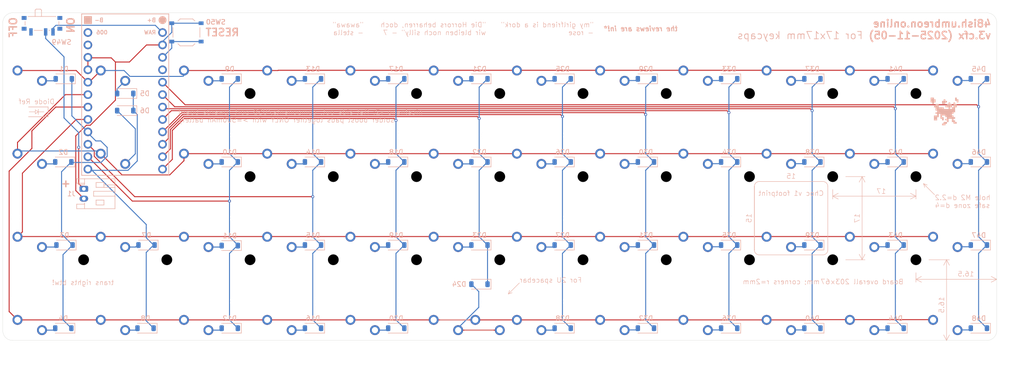
<source format=kicad_pcb>
(kicad_pcb
	(version 20241229)
	(generator "pcbnew")
	(generator_version "9.0")
	(general
		(thickness 1.6)
		(legacy_teardrops no)
	)
	(paper "A3")
	(title_block
		(title "plank")
		(rev "v1.0.0")
		(company "Unknown")
	)
	(layers
		(0 "F.Cu" signal)
		(2 "B.Cu" signal)
		(9 "F.Adhes" user "F.Adhesive")
		(11 "B.Adhes" user "B.Adhesive")
		(13 "F.Paste" user)
		(15 "B.Paste" user)
		(5 "F.SilkS" user "F.Silkscreen")
		(7 "B.SilkS" user "B.Silkscreen")
		(1 "F.Mask" user)
		(3 "B.Mask" user)
		(17 "Dwgs.User" user "User.Drawings")
		(19 "Cmts.User" user "User.Comments")
		(21 "Eco1.User" user "User.Eco1")
		(23 "Eco2.User" user "User.Eco2")
		(25 "Edge.Cuts" user)
		(27 "Margin" user)
		(31 "F.CrtYd" user "F.Courtyard")
		(29 "B.CrtYd" user "B.Courtyard")
		(35 "F.Fab" user)
		(33 "B.Fab" user)
	)
	(setup
		(pad_to_mask_clearance 0)
		(allow_soldermask_bridges_in_footprints no)
		(tenting front back)
		(pcbplotparams
			(layerselection 0x00000000_00000000_55555555_5755f5ff)
			(plot_on_all_layers_selection 0x00000000_00000000_00000000_00000000)
			(disableapertmacros no)
			(usegerberextensions no)
			(usegerberattributes yes)
			(usegerberadvancedattributes yes)
			(creategerberjobfile yes)
			(dashed_line_dash_ratio 12.000000)
			(dashed_line_gap_ratio 3.000000)
			(svgprecision 4)
			(plotframeref no)
			(mode 1)
			(useauxorigin no)
			(hpglpennumber 1)
			(hpglpenspeed 20)
			(hpglpendiameter 15.000000)
			(pdf_front_fp_property_popups yes)
			(pdf_back_fp_property_popups yes)
			(pdf_metadata yes)
			(pdf_single_document no)
			(dxfpolygonmode yes)
			(dxfimperialunits yes)
			(dxfusepcbnewfont yes)
			(psnegative no)
			(psa4output no)
			(plot_black_and_white yes)
			(sketchpadsonfab no)
			(plotpadnumbers no)
			(hidednponfab no)
			(sketchdnponfab yes)
			(crossoutdnponfab yes)
			(subtractmaskfromsilk no)
			(outputformat 1)
			(mirror no)
			(drillshape 0)
			(scaleselection 1)
			(outputdirectory "48ish_soldered_out/")
		)
	)
	(net 0 "")
	(net 1 "Net-(D1-A)")
	(net 2 "/col0")
	(net 3 "Net-(D2-A)")
	(net 4 "Net-(D3-A)")
	(net 5 "Net-(D4-A)")
	(net 6 "/col1")
	(net 7 "Net-(D5-A)")
	(net 8 "Net-(D6-A)")
	(net 9 "Net-(D7-A)")
	(net 10 "Net-(D8-A)")
	(net 11 "Net-(D9-A)")
	(net 12 "/col2")
	(net 13 "Net-(D10-A)")
	(net 14 "Net-(D11-A)")
	(net 15 "Net-(D12-A)")
	(net 16 "/col3")
	(net 17 "Net-(D13-A)")
	(net 18 "Net-(D14-A)")
	(net 19 "Net-(D15-A)")
	(net 20 "Net-(D16-A)")
	(net 21 "Net-(D17-A)")
	(net 22 "/col4")
	(net 23 "Net-(D18-A)")
	(net 24 "Net-(D19-A)")
	(net 25 "Net-(D20-A)")
	(net 26 "Net-(D21-A)")
	(net 27 "/col5")
	(net 28 "Net-(D22-A)")
	(net 29 "Net-(D23-A)")
	(net 30 "Net-(D24-A)")
	(net 31 "Net-(D25-A)")
	(net 32 "/col6")
	(net 33 "Net-(D26-A)")
	(net 34 "Net-(D27-A)")
	(net 35 "Net-(D28-A)")
	(net 36 "/col7")
	(net 37 "Net-(D29-A)")
	(net 38 "Net-(D30-A)")
	(net 39 "Net-(D31-A)")
	(net 40 "Net-(D32-A)")
	(net 41 "Net-(D33-A)")
	(net 42 "/col8")
	(net 43 "Net-(D34-A)")
	(net 44 "Net-(D35-A)")
	(net 45 "Net-(D36-A)")
	(net 46 "Net-(D37-A)")
	(net 47 "/col9")
	(net 48 "Net-(D38-A)")
	(net 49 "Net-(D39-A)")
	(net 50 "Net-(D40-A)")
	(net 51 "Net-(D41-A)")
	(net 52 "/col10")
	(net 53 "Net-(D42-A)")
	(net 54 "Net-(D43-A)")
	(net 55 "Net-(D44-A)")
	(net 56 "/col11")
	(net 57 "Net-(D45-A)")
	(net 58 "Net-(D46-A)")
	(net 59 "Net-(D47-A)")
	(net 60 "Net-(D48-A)")
	(net 61 "Net-(J1-Pin_1)")
	(net 62 "VBAT")
	(net 63 "/row0")
	(net 64 "/row2")
	(net 65 "GND")
	(net 66 "unconnected-(U1-P0{slash}RX-Pad2)")
	(net 67 "/row3")
	(net 68 "unconnected-(U1-P1{slash}TX-Pad1)")
	(net 69 "/row1")
	(net 70 "Net-(SW50-A)")
	(net 71 "unconnected-(SW49-A-Pad1)")
	(net 72 "unconnected-(U1-VCC-Pad16)")
	(footprint "stuff:shitty_m2_mounting_hole" (layer "F.Cu") (at 211 119.5))
	(footprint "stuff:shitty_m2_mounting_hole" (layer "F.Cu") (at 194 136.5))
	(footprint "stuff:shitty_m2_mounting_hole" (layer "F.Cu") (at 143 153.5))
	(footprint "stuff:Choc_v1_17x17mm_spacing" (layer "F.Cu") (at 134.5 128))
	(footprint "stuff:Choc_v1_17x17mm_spacing" (layer "F.Cu") (at 236.5 127.99925))
	(footprint "stuff:Choc_v1_17x17mm_spacing" (layer "F.Cu") (at 185.5 128))
	(footprint "stuff:Choc_v1_17x17mm_spacing" (layer "F.Cu") (at 270.5 111))
	(footprint "stuff:Choc_v1_17x17mm_spacing" (layer "F.Cu") (at 202.5 111))
	(footprint "stuff:Choc_v1_17x17mm_spacing" (layer "F.Cu") (at 168.5 145))
	(footprint "stuff:shitty_m2_mounting_hole" (layer "F.Cu") (at 296 119.5))
	(footprint "stuff:Choc_v1_17x17mm_spacing" (layer "F.Cu") (at 253.5 111))
	(footprint "stuff:Choc_v1_17x17mm_spacing" (layer "F.Cu") (at 151.5 128))
	(footprint "stuff:shitty_m2_mounting_hole" (layer "F.Cu") (at 177 153.5))
	(footprint "stuff:shitty_m2_mounting_hole" (layer "F.Cu") (at 194 153.5))
	(footprint "stuff:Choc_v1_17x17mm_spacing" (layer "F.Cu") (at 117.5 128))
	(footprint "stuff:shitty_m2_mounting_hole" (layer "F.Cu") (at 211 153.5))
	(footprint "stuff:Choc_v1_17x17mm_spacing" (layer "F.Cu") (at 219.5 128))
	(footprint "stuff:Choc_v1_17x17mm_spacing" (layer "F.Cu") (at 219.5 145))
	(footprint "stuff:Choc_v1_17x17mm_spacing" (layer "F.Cu") (at 134.5 111))
	(footprint "stuff:shitty_m2_mounting_hole" (layer "F.Cu") (at 160 119.5))
	(footprint "stuff:Choc_v1_17x17mm_spacing" (layer "F.Cu") (at 304.5 145))
	(footprint "stuff:Choc_v1_17x17mm_spacing" (layer "F.Cu") (at 304.5 128))
	(footprint "stuff:Choc_v1_17x17mm_spacing" (layer "F.Cu") (at 270.5 162))
	(footprint "stuff:shitty_m2_mounting_hole" (layer "F.Cu") (at 228 136.5))
	(footprint "stuff:Choc_v1_17x17mm_spacing" (layer "F.Cu") (at 219.5 111))
	(footprint "stuff:Choc_v1_17x17mm_spacing" (layer "F.Cu") (at 253.5 162))
	(footprint "stuff:Choc_v1_17x17mm_spacing" (layer "F.Cu") (at 185.5 162))
	(footprint "stuff:Choc_v1_17x17mm_spacing" (layer "F.Cu") (at 151.5 162))
	(footprint "stuff:Choc_v1_17x17mm_spacing" (layer "F.Cu") (at 117.5 162))
	(footprint "stuff:shitty_m2_mounting_hole" (layer "F.Cu") (at 177 136.5))
	(footprint "stuff:Choc_v1_17x17mm_spacing" (layer "F.Cu") (at 168.5 162))
	(footprint "stuff:shitty_m2_mounting_hole" (layer "F.Cu") (at 279 136.5))
	(footprint "stuff:Choc_v1_17x17mm_spacing" (layer "F.Cu") (at 270.5 128))
	(footprint "stuff:Choc_v1_17x17mm_spacing" (layer "F.Cu") (at 117.5 145))
	(footprint "stuff:Choc_v1_17x17mm_spacing" (layer "F.Cu") (at 253.5 128))
	(footprint "stuff:Choc_v1_17x17mm_spacing" (layer "F.Cu") (at 202.5 128))
	(footprint "stuff:Choc_v1_17x17mm_spacing" (layer "F.Cu") (at 236.5 110.99925))
	(footprint "stuff:Choc_v1_17x17mm_spacing" (layer "F.Cu") (at 236.5 144.99925))
	(footprint "stuff:Choc_v1_17x17mm_spacing" (layer "F.Cu") (at 211 162))
	(footprint "stuff:shitty_m2_mounting_hole" (layer "F.Cu") (at 245 153.5))
	(footprint "stuff:Choc_v1_17x17mm_spacing" (layer "F.Cu") (at 134.5 145))
	(footprint "stuff:Choc_v1_17x17mm_spacing" (layer "F.Cu") (at 287.5 145))
	(footprint "stuff:Choc_v1_17x17mm_spacing" (layer "F.Cu") (at 168.5 128))
	(footprint "stuff:shitty_m2_mounting_hole" (layer "F.Cu") (at 245 119.5))
	(footprint "stuff:Choc_v1_17x17mm_spacing" (layer "F.Cu") (at 287.5 162))
	(footprint "stuff:Choc_v1_17x17mm_spacing" (layer "F.Cu") (at 304.5 111))
	(footprint "stuff:Choc_v1_17x17mm_spacing" (layer "F.Cu") (at 253.5 145))
	(footprint "stuff:Choc_v1_17x17mm_spacing" (layer "F.Cu") (at 168.5 111))
	(footprint "stuff:Choc_v1_17x17mm_spacing" (layer "F.Cu") (at 117.5 111))
	(footprint "stuff:shitty_m2_mounting_hole" (layer "F.Cu") (at 279 153.5))
	(footprint "stuff:Choc_v1_17x17mm_spacing" (layer "F.Cu") (at 151.5 111))
	(footprint "stuff:Choc_v1_17x17mm_spacing" (layer "F.Cu") (at 185.5 111))
	(footprint "stuff:shitty_m2_mounting_hole" (layer "F.Cu") (at 160 136.5))
	(footprint "stuff:shitty_m2_mounting_hole" (layer "F.Cu") (at 228 153.5))
	(footprint "stuff:Choc_v1_17x17mm_spacing"
		(layer "F.Cu")
		(uuid "a7b66de5-a523-4388-96a2-dbc5aede52e0")
		(at 202.5 162)
		(property "Reference" "SW24"
			(at 0 0 0)
			(layer "F.SilkS")
			(hide yes)
			(uuid "b640e1c1-c6c4-4b18-a243-9c9dc3cbbe90")
			(effects
				(font
					(size 1.27 1.27)
					(thickness 0.15)
				)
			)
		)
		(property "Value" "SW_SPST"
			(at 0 0 0)
			(layer "F.SilkS")
			(hide yes)
			(uuid "20e51a71-7cdf-4f4b-93df-c2841f389828")
			(effects
				(font
					(size 1.27 1.27)
					(thickness 0.15)
				)
			)
		)
		(property "Datasheet" "~"
			(at 0 0 0)
			(layer "F.Fab")
			(hide yes)
			(uuid "c907424a-ea2a-4c2f-bcb3-13e0af0cb2bc")
			(effects
				(font
					(size 1.27 1.27)
					(thickness 0.15)
				)
			)
		)
		(property "Description" "Choc v1 keyswitch"
			(at 0 0 0)
			(layer "F.Fab")
			(hide yes)
			(uuid "c850979d-ad15-45cb-95e2-318572c19aac")
			(effects
				(font
					(size 1.27 1.27)
					(thickness 0.15)
				)
			)
		)
		(property "JLCPCB Part Number" ""
			(at 0 0 0)
			(unlocked yes)
			(layer "F.Fab")
			(hide yes)
			(uuid "0789c039-6cf3-4b81-8174-d043e68d6612")
			(effects
				(font
					(size 1 1)
					(thickness 0.15)
				)
			)
		)
		(path "/cc581630-d5ec-4eb5-8816-96c4ce2eb12b")
		(sheetname "/")
		(sheetfile "48ish_soldered.kicad_sch")
		(attr through_hole exclude_from_bom)
		(fp_line
			(start -8.5 -8.5)
			(end 8.5 -8.5)
			(stroke
				(width 0.15)
				(type solid)
			)
			(layer "Dwgs.User")
			(uuid "3325d5fa-6ca7-48e7-9652-2eb282dae659")
		)
		(fp_line
			(start -8.5 8.5)
			(end -8.5 -8.5)
			(stroke
				(width 0.15)
				(type solid)
			)
			(layer "Dwgs.User")
			(uuid "a0dad6f4-59f2-4b15-a185-808e67f0c510")
		)
		(fp_line
			(start -7 -6)
			(end -7 -7)
			(stroke
				(width 0.15)
				(type solid)
			)
			(layer "Dwgs.User")
			(uuid "f6362fba-fbc6-44ca-8912-9e1e5bae82b8")
		)
		(fp_line
			(start -7 7)
			(end -7 6)
			(stroke
				(width 0.15)
				(type solid)
			)
			(layer "Dwgs.User")
			(uuid "9000fe95-f796-48de-986d-30d75aada1c2")
		)
		(fp_line
			(start -7 7)
			(end -6 7)
			(stroke
				(width 0.15)
				(type solid)
			)
			(layer "Dwgs.User")
			(uuid "cdfb62c2-8c62-4fea-a8f9-91d2fcdd4b7d")
		)
		(fp_line
			(start -6 -7)
			(end -7 -7)
			(stroke
				(width 0.15)
				(type solid)
			)
			(layer "Dwgs.User")
			(uuid "2702b8b5-9aae-4a6b-8c6d-fd8b51a4b8b1")
		)
		(fp_line
			(start 6 7)
			(end 7 7)
			(stroke
				(width 0.15)
				(type solid)
			)
			(layer "Dwgs.User")
			(uuid "d64da8f8-77da-42bb-a007-9283a3a44fa9")
		)
		(fp_line
			(start 7 -7)
			(end 6 -7)
			(stroke
				(width 0.15)
				(type solid)
			)
			(layer "Dwgs.User")
			(uuid "8703e11a-78af-4087-9b3a-b33ad4f89511")
		)
		(fp_line
			(start 7 -7)
			(end 7 -6)
			(stroke
				(width 0.15)
				(type solid)
			)
			(layer "Dwgs.User")
			(uuid "2ae3ce8f-2fda-4e8a-8998-b7020e84f8c6")
		)
		(fp_line
			(start 7 6)
			(end 7 7)
			(stroke
				(width 0.15)
				(type solid)
			)
			(layer "Dwgs.User")
			(uuid "7c0a4352-70e5-4634-993f-62bac4f56883")
		)
		(fp_line
			(start 8.5 -8.5)
			(end 8.5 8.5)
			(stroke
				(width 0.15)
				(type solid)
			)
			(layer "Dwgs.User")
			(uuid "0f5e0b0e-cd37-40aa-8ed0-68d340b0f3f4")
		)
		(fp_line
			(start 8.5 8.5)
			(end -8.5 8.5)
			(stroke
				(width 0.15)
				(type solid)
			)
			(layer "Dwgs.User")
			(uuid "edc59033-9232-4898-a288-33da75277152")
		)
		(pad "" np_thru_hole circle
			(at -5.5 0 180)
			(size 1.7018 1.7018)
			(drill 1.7018)
			(layers "*.Cu" "*.Mask")
			(uuid "b13f2a53-3372-41ab-b1e7-3dfa1dc28dd6")
		)
		(pad "" np_thru_hole circle
			(at 0 0 180)
			(size 3.429 3.429)
			(drill 3.429)
			(layers "*.Cu" "*.Mask")
			(uuid "827449f6-d0f5-4d72-9fce-855edf95b2a1")
		)
		(pad "" np_thru_hole circle
			(at 5.5 0 180)
			(size 1.7018 1.7018)
			(drill 1.7018)
			(layers "*.Cu" "*.Mask")
			
... [473296 chars truncated]
</source>
